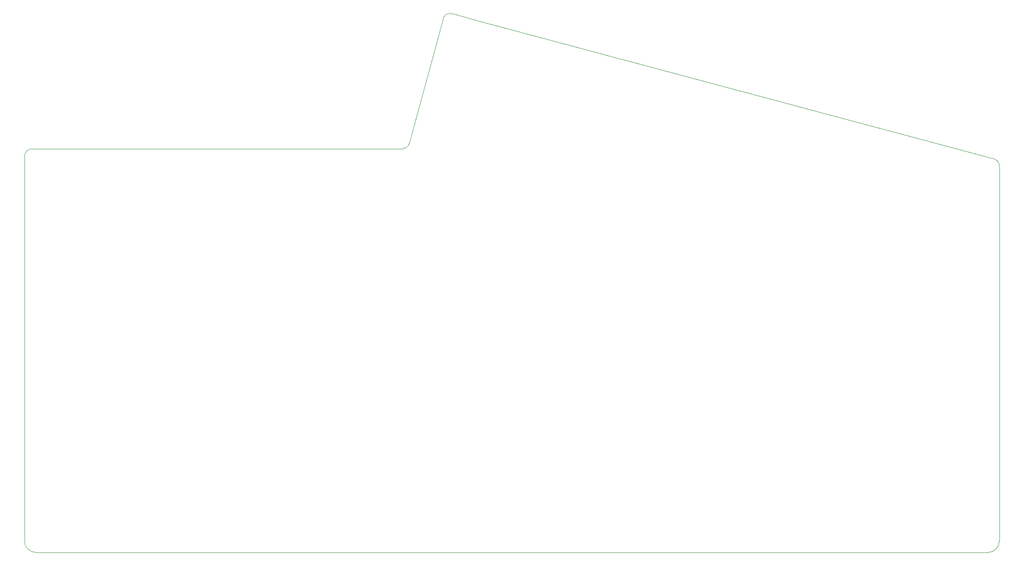
<source format=gtp>
G04 #@! TF.GenerationSoftware,KiCad,Pcbnew,6.0.7-f9a2dced07~116~ubuntu20.04.1*
G04 #@! TF.CreationDate,2022-09-23T22:55:04+08:00*
G04 #@! TF.ProjectId,V4,56342e6b-6963-4616-945f-706362585858,rev?*
G04 #@! TF.SameCoordinates,Original*
G04 #@! TF.FileFunction,Paste,Top*
G04 #@! TF.FilePolarity,Positive*
%FSLAX46Y46*%
G04 Gerber Fmt 4.6, Leading zero omitted, Abs format (unit mm)*
G04 Created by KiCad (PCBNEW 6.0.7-f9a2dced07~116~ubuntu20.04.1) date 2022-09-23 22:55:04*
%MOMM*%
%LPD*%
G01*
G04 APERTURE LIST*
G04 #@! TA.AperFunction,Profile*
%ADD10C,0.050000*%
G04 #@! TD*
G04 APERTURE END LIST*
D10*
X59436000Y-154686000D02*
X59436000Y-78486000D01*
X59436000Y-154686000D02*
G75*
G03*
X61722000Y-156972000I2286000J0D01*
G01*
X134962250Y-76200000D02*
X131178300Y-76200000D01*
X134962250Y-76200047D02*
G75*
G03*
X136434319Y-75070441I-50J1524047D01*
G01*
X60960000Y-76200000D02*
G75*
G03*
X59436000Y-77724000I0J-1524000D01*
G01*
X61722000Y-76200000D02*
X131178300Y-76200000D01*
X61722000Y-76200000D02*
X60960000Y-76200000D01*
X252222000Y-156972000D02*
X61722000Y-156972000D01*
X254507993Y-79667100D02*
G75*
G03*
X253365350Y-78179844I-1523993J11700D01*
G01*
X252222000Y-156972000D02*
G75*
G03*
X254508000Y-154686000I0J2286000D01*
G01*
X59436000Y-77724000D02*
X59436000Y-78486000D01*
X145016441Y-49147744D02*
X151738470Y-50953142D01*
X145016443Y-49147735D02*
G75*
G03*
X143149931Y-50225373I-394443J-1472065D01*
G01*
X254507999Y-79667100D02*
X254508000Y-154686000D01*
X151738470Y-50953142D02*
X253365350Y-78179844D01*
X143149931Y-50225373D02*
X136434319Y-75070441D01*
M02*

</source>
